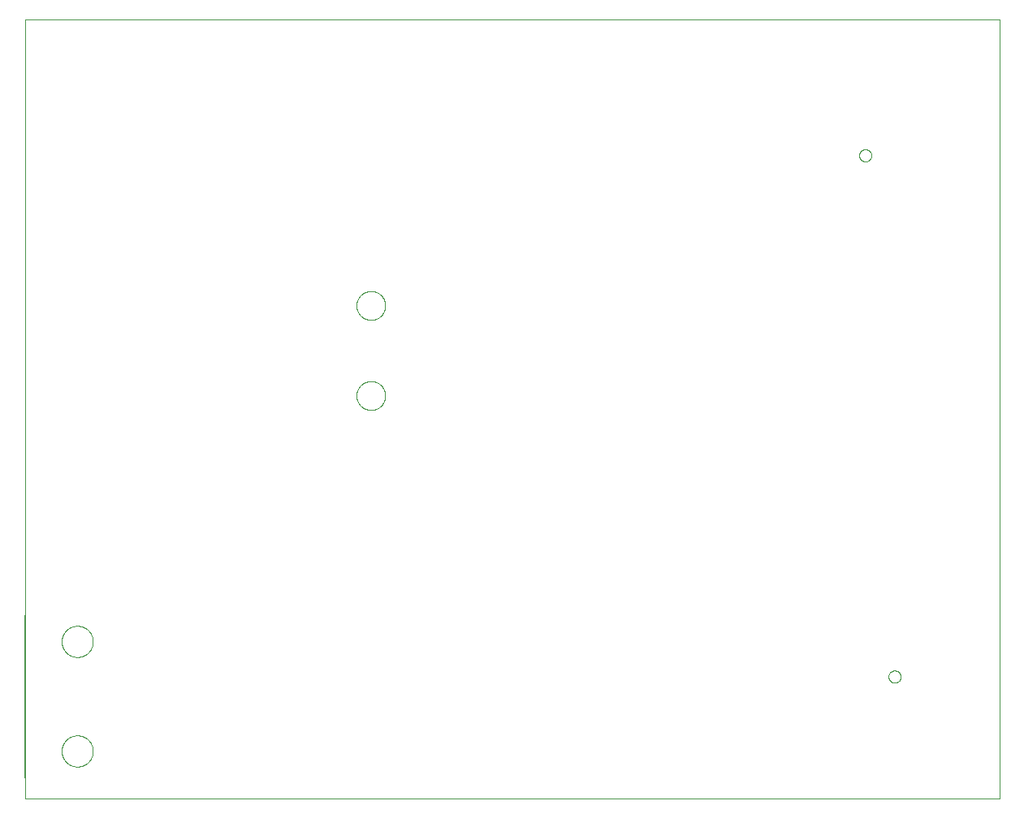
<source format=gko>
G75*
%MOIN*%
%OFA0B0*%
%FSLAX25Y25*%
%IPPOS*%
%LPD*%
%AMOC8*
5,1,8,0,0,1.08239X$1,22.5*
%
%ADD10C,0.00000*%
%ADD11C,0.00039*%
D10*
X0010538Y0001000D02*
X0010538Y0321000D01*
X0410538Y0321000D01*
X0410538Y0001000D01*
X0010538Y0001000D01*
X0025638Y0020500D02*
X0025640Y0020660D01*
X0025646Y0020819D01*
X0025656Y0020978D01*
X0025670Y0021137D01*
X0025688Y0021296D01*
X0025709Y0021454D01*
X0025735Y0021611D01*
X0025765Y0021768D01*
X0025798Y0021924D01*
X0025836Y0022079D01*
X0025877Y0022233D01*
X0025922Y0022386D01*
X0025971Y0022538D01*
X0026024Y0022689D01*
X0026080Y0022838D01*
X0026141Y0022986D01*
X0026204Y0023132D01*
X0026272Y0023277D01*
X0026343Y0023420D01*
X0026417Y0023561D01*
X0026495Y0023700D01*
X0026577Y0023837D01*
X0026662Y0023972D01*
X0026750Y0024105D01*
X0026842Y0024236D01*
X0026936Y0024364D01*
X0027034Y0024490D01*
X0027135Y0024614D01*
X0027239Y0024735D01*
X0027346Y0024853D01*
X0027456Y0024969D01*
X0027569Y0025082D01*
X0027685Y0025192D01*
X0027803Y0025299D01*
X0027924Y0025403D01*
X0028048Y0025504D01*
X0028174Y0025602D01*
X0028302Y0025696D01*
X0028433Y0025788D01*
X0028566Y0025876D01*
X0028701Y0025961D01*
X0028838Y0026043D01*
X0028977Y0026121D01*
X0029118Y0026195D01*
X0029261Y0026266D01*
X0029406Y0026334D01*
X0029552Y0026397D01*
X0029700Y0026458D01*
X0029849Y0026514D01*
X0030000Y0026567D01*
X0030152Y0026616D01*
X0030305Y0026661D01*
X0030459Y0026702D01*
X0030614Y0026740D01*
X0030770Y0026773D01*
X0030927Y0026803D01*
X0031084Y0026829D01*
X0031242Y0026850D01*
X0031401Y0026868D01*
X0031560Y0026882D01*
X0031719Y0026892D01*
X0031878Y0026898D01*
X0032038Y0026900D01*
X0032198Y0026898D01*
X0032357Y0026892D01*
X0032516Y0026882D01*
X0032675Y0026868D01*
X0032834Y0026850D01*
X0032992Y0026829D01*
X0033149Y0026803D01*
X0033306Y0026773D01*
X0033462Y0026740D01*
X0033617Y0026702D01*
X0033771Y0026661D01*
X0033924Y0026616D01*
X0034076Y0026567D01*
X0034227Y0026514D01*
X0034376Y0026458D01*
X0034524Y0026397D01*
X0034670Y0026334D01*
X0034815Y0026266D01*
X0034958Y0026195D01*
X0035099Y0026121D01*
X0035238Y0026043D01*
X0035375Y0025961D01*
X0035510Y0025876D01*
X0035643Y0025788D01*
X0035774Y0025696D01*
X0035902Y0025602D01*
X0036028Y0025504D01*
X0036152Y0025403D01*
X0036273Y0025299D01*
X0036391Y0025192D01*
X0036507Y0025082D01*
X0036620Y0024969D01*
X0036730Y0024853D01*
X0036837Y0024735D01*
X0036941Y0024614D01*
X0037042Y0024490D01*
X0037140Y0024364D01*
X0037234Y0024236D01*
X0037326Y0024105D01*
X0037414Y0023972D01*
X0037499Y0023837D01*
X0037581Y0023700D01*
X0037659Y0023561D01*
X0037733Y0023420D01*
X0037804Y0023277D01*
X0037872Y0023132D01*
X0037935Y0022986D01*
X0037996Y0022838D01*
X0038052Y0022689D01*
X0038105Y0022538D01*
X0038154Y0022386D01*
X0038199Y0022233D01*
X0038240Y0022079D01*
X0038278Y0021924D01*
X0038311Y0021768D01*
X0038341Y0021611D01*
X0038367Y0021454D01*
X0038388Y0021296D01*
X0038406Y0021137D01*
X0038420Y0020978D01*
X0038430Y0020819D01*
X0038436Y0020660D01*
X0038438Y0020500D01*
X0038436Y0020340D01*
X0038430Y0020181D01*
X0038420Y0020022D01*
X0038406Y0019863D01*
X0038388Y0019704D01*
X0038367Y0019546D01*
X0038341Y0019389D01*
X0038311Y0019232D01*
X0038278Y0019076D01*
X0038240Y0018921D01*
X0038199Y0018767D01*
X0038154Y0018614D01*
X0038105Y0018462D01*
X0038052Y0018311D01*
X0037996Y0018162D01*
X0037935Y0018014D01*
X0037872Y0017868D01*
X0037804Y0017723D01*
X0037733Y0017580D01*
X0037659Y0017439D01*
X0037581Y0017300D01*
X0037499Y0017163D01*
X0037414Y0017028D01*
X0037326Y0016895D01*
X0037234Y0016764D01*
X0037140Y0016636D01*
X0037042Y0016510D01*
X0036941Y0016386D01*
X0036837Y0016265D01*
X0036730Y0016147D01*
X0036620Y0016031D01*
X0036507Y0015918D01*
X0036391Y0015808D01*
X0036273Y0015701D01*
X0036152Y0015597D01*
X0036028Y0015496D01*
X0035902Y0015398D01*
X0035774Y0015304D01*
X0035643Y0015212D01*
X0035510Y0015124D01*
X0035375Y0015039D01*
X0035238Y0014957D01*
X0035099Y0014879D01*
X0034958Y0014805D01*
X0034815Y0014734D01*
X0034670Y0014666D01*
X0034524Y0014603D01*
X0034376Y0014542D01*
X0034227Y0014486D01*
X0034076Y0014433D01*
X0033924Y0014384D01*
X0033771Y0014339D01*
X0033617Y0014298D01*
X0033462Y0014260D01*
X0033306Y0014227D01*
X0033149Y0014197D01*
X0032992Y0014171D01*
X0032834Y0014150D01*
X0032675Y0014132D01*
X0032516Y0014118D01*
X0032357Y0014108D01*
X0032198Y0014102D01*
X0032038Y0014100D01*
X0031878Y0014102D01*
X0031719Y0014108D01*
X0031560Y0014118D01*
X0031401Y0014132D01*
X0031242Y0014150D01*
X0031084Y0014171D01*
X0030927Y0014197D01*
X0030770Y0014227D01*
X0030614Y0014260D01*
X0030459Y0014298D01*
X0030305Y0014339D01*
X0030152Y0014384D01*
X0030000Y0014433D01*
X0029849Y0014486D01*
X0029700Y0014542D01*
X0029552Y0014603D01*
X0029406Y0014666D01*
X0029261Y0014734D01*
X0029118Y0014805D01*
X0028977Y0014879D01*
X0028838Y0014957D01*
X0028701Y0015039D01*
X0028566Y0015124D01*
X0028433Y0015212D01*
X0028302Y0015304D01*
X0028174Y0015398D01*
X0028048Y0015496D01*
X0027924Y0015597D01*
X0027803Y0015701D01*
X0027685Y0015808D01*
X0027569Y0015918D01*
X0027456Y0016031D01*
X0027346Y0016147D01*
X0027239Y0016265D01*
X0027135Y0016386D01*
X0027034Y0016510D01*
X0026936Y0016636D01*
X0026842Y0016764D01*
X0026750Y0016895D01*
X0026662Y0017028D01*
X0026577Y0017163D01*
X0026495Y0017300D01*
X0026417Y0017439D01*
X0026343Y0017580D01*
X0026272Y0017723D01*
X0026204Y0017868D01*
X0026141Y0018014D01*
X0026080Y0018162D01*
X0026024Y0018311D01*
X0025971Y0018462D01*
X0025922Y0018614D01*
X0025877Y0018767D01*
X0025836Y0018921D01*
X0025798Y0019076D01*
X0025765Y0019232D01*
X0025735Y0019389D01*
X0025709Y0019546D01*
X0025688Y0019704D01*
X0025670Y0019863D01*
X0025656Y0020022D01*
X0025646Y0020181D01*
X0025640Y0020340D01*
X0025638Y0020500D01*
X0025638Y0065500D02*
X0025640Y0065660D01*
X0025646Y0065819D01*
X0025656Y0065978D01*
X0025670Y0066137D01*
X0025688Y0066296D01*
X0025709Y0066454D01*
X0025735Y0066611D01*
X0025765Y0066768D01*
X0025798Y0066924D01*
X0025836Y0067079D01*
X0025877Y0067233D01*
X0025922Y0067386D01*
X0025971Y0067538D01*
X0026024Y0067689D01*
X0026080Y0067838D01*
X0026141Y0067986D01*
X0026204Y0068132D01*
X0026272Y0068277D01*
X0026343Y0068420D01*
X0026417Y0068561D01*
X0026495Y0068700D01*
X0026577Y0068837D01*
X0026662Y0068972D01*
X0026750Y0069105D01*
X0026842Y0069236D01*
X0026936Y0069364D01*
X0027034Y0069490D01*
X0027135Y0069614D01*
X0027239Y0069735D01*
X0027346Y0069853D01*
X0027456Y0069969D01*
X0027569Y0070082D01*
X0027685Y0070192D01*
X0027803Y0070299D01*
X0027924Y0070403D01*
X0028048Y0070504D01*
X0028174Y0070602D01*
X0028302Y0070696D01*
X0028433Y0070788D01*
X0028566Y0070876D01*
X0028701Y0070961D01*
X0028838Y0071043D01*
X0028977Y0071121D01*
X0029118Y0071195D01*
X0029261Y0071266D01*
X0029406Y0071334D01*
X0029552Y0071397D01*
X0029700Y0071458D01*
X0029849Y0071514D01*
X0030000Y0071567D01*
X0030152Y0071616D01*
X0030305Y0071661D01*
X0030459Y0071702D01*
X0030614Y0071740D01*
X0030770Y0071773D01*
X0030927Y0071803D01*
X0031084Y0071829D01*
X0031242Y0071850D01*
X0031401Y0071868D01*
X0031560Y0071882D01*
X0031719Y0071892D01*
X0031878Y0071898D01*
X0032038Y0071900D01*
X0032198Y0071898D01*
X0032357Y0071892D01*
X0032516Y0071882D01*
X0032675Y0071868D01*
X0032834Y0071850D01*
X0032992Y0071829D01*
X0033149Y0071803D01*
X0033306Y0071773D01*
X0033462Y0071740D01*
X0033617Y0071702D01*
X0033771Y0071661D01*
X0033924Y0071616D01*
X0034076Y0071567D01*
X0034227Y0071514D01*
X0034376Y0071458D01*
X0034524Y0071397D01*
X0034670Y0071334D01*
X0034815Y0071266D01*
X0034958Y0071195D01*
X0035099Y0071121D01*
X0035238Y0071043D01*
X0035375Y0070961D01*
X0035510Y0070876D01*
X0035643Y0070788D01*
X0035774Y0070696D01*
X0035902Y0070602D01*
X0036028Y0070504D01*
X0036152Y0070403D01*
X0036273Y0070299D01*
X0036391Y0070192D01*
X0036507Y0070082D01*
X0036620Y0069969D01*
X0036730Y0069853D01*
X0036837Y0069735D01*
X0036941Y0069614D01*
X0037042Y0069490D01*
X0037140Y0069364D01*
X0037234Y0069236D01*
X0037326Y0069105D01*
X0037414Y0068972D01*
X0037499Y0068837D01*
X0037581Y0068700D01*
X0037659Y0068561D01*
X0037733Y0068420D01*
X0037804Y0068277D01*
X0037872Y0068132D01*
X0037935Y0067986D01*
X0037996Y0067838D01*
X0038052Y0067689D01*
X0038105Y0067538D01*
X0038154Y0067386D01*
X0038199Y0067233D01*
X0038240Y0067079D01*
X0038278Y0066924D01*
X0038311Y0066768D01*
X0038341Y0066611D01*
X0038367Y0066454D01*
X0038388Y0066296D01*
X0038406Y0066137D01*
X0038420Y0065978D01*
X0038430Y0065819D01*
X0038436Y0065660D01*
X0038438Y0065500D01*
X0038436Y0065340D01*
X0038430Y0065181D01*
X0038420Y0065022D01*
X0038406Y0064863D01*
X0038388Y0064704D01*
X0038367Y0064546D01*
X0038341Y0064389D01*
X0038311Y0064232D01*
X0038278Y0064076D01*
X0038240Y0063921D01*
X0038199Y0063767D01*
X0038154Y0063614D01*
X0038105Y0063462D01*
X0038052Y0063311D01*
X0037996Y0063162D01*
X0037935Y0063014D01*
X0037872Y0062868D01*
X0037804Y0062723D01*
X0037733Y0062580D01*
X0037659Y0062439D01*
X0037581Y0062300D01*
X0037499Y0062163D01*
X0037414Y0062028D01*
X0037326Y0061895D01*
X0037234Y0061764D01*
X0037140Y0061636D01*
X0037042Y0061510D01*
X0036941Y0061386D01*
X0036837Y0061265D01*
X0036730Y0061147D01*
X0036620Y0061031D01*
X0036507Y0060918D01*
X0036391Y0060808D01*
X0036273Y0060701D01*
X0036152Y0060597D01*
X0036028Y0060496D01*
X0035902Y0060398D01*
X0035774Y0060304D01*
X0035643Y0060212D01*
X0035510Y0060124D01*
X0035375Y0060039D01*
X0035238Y0059957D01*
X0035099Y0059879D01*
X0034958Y0059805D01*
X0034815Y0059734D01*
X0034670Y0059666D01*
X0034524Y0059603D01*
X0034376Y0059542D01*
X0034227Y0059486D01*
X0034076Y0059433D01*
X0033924Y0059384D01*
X0033771Y0059339D01*
X0033617Y0059298D01*
X0033462Y0059260D01*
X0033306Y0059227D01*
X0033149Y0059197D01*
X0032992Y0059171D01*
X0032834Y0059150D01*
X0032675Y0059132D01*
X0032516Y0059118D01*
X0032357Y0059108D01*
X0032198Y0059102D01*
X0032038Y0059100D01*
X0031878Y0059102D01*
X0031719Y0059108D01*
X0031560Y0059118D01*
X0031401Y0059132D01*
X0031242Y0059150D01*
X0031084Y0059171D01*
X0030927Y0059197D01*
X0030770Y0059227D01*
X0030614Y0059260D01*
X0030459Y0059298D01*
X0030305Y0059339D01*
X0030152Y0059384D01*
X0030000Y0059433D01*
X0029849Y0059486D01*
X0029700Y0059542D01*
X0029552Y0059603D01*
X0029406Y0059666D01*
X0029261Y0059734D01*
X0029118Y0059805D01*
X0028977Y0059879D01*
X0028838Y0059957D01*
X0028701Y0060039D01*
X0028566Y0060124D01*
X0028433Y0060212D01*
X0028302Y0060304D01*
X0028174Y0060398D01*
X0028048Y0060496D01*
X0027924Y0060597D01*
X0027803Y0060701D01*
X0027685Y0060808D01*
X0027569Y0060918D01*
X0027456Y0061031D01*
X0027346Y0061147D01*
X0027239Y0061265D01*
X0027135Y0061386D01*
X0027034Y0061510D01*
X0026936Y0061636D01*
X0026842Y0061764D01*
X0026750Y0061895D01*
X0026662Y0062028D01*
X0026577Y0062163D01*
X0026495Y0062300D01*
X0026417Y0062439D01*
X0026343Y0062580D01*
X0026272Y0062723D01*
X0026204Y0062868D01*
X0026141Y0063014D01*
X0026080Y0063162D01*
X0026024Y0063311D01*
X0025971Y0063462D01*
X0025922Y0063614D01*
X0025877Y0063767D01*
X0025836Y0063921D01*
X0025798Y0064076D01*
X0025765Y0064232D01*
X0025735Y0064389D01*
X0025709Y0064546D01*
X0025688Y0064704D01*
X0025670Y0064863D01*
X0025656Y0065022D01*
X0025646Y0065181D01*
X0025640Y0065340D01*
X0025638Y0065500D01*
X0146648Y0166496D02*
X0146650Y0166649D01*
X0146656Y0166803D01*
X0146666Y0166956D01*
X0146680Y0167108D01*
X0146698Y0167261D01*
X0146720Y0167412D01*
X0146745Y0167563D01*
X0146775Y0167714D01*
X0146809Y0167864D01*
X0146846Y0168012D01*
X0146887Y0168160D01*
X0146932Y0168306D01*
X0146981Y0168452D01*
X0147034Y0168596D01*
X0147090Y0168738D01*
X0147150Y0168879D01*
X0147214Y0169019D01*
X0147281Y0169157D01*
X0147352Y0169293D01*
X0147427Y0169427D01*
X0147504Y0169559D01*
X0147586Y0169689D01*
X0147670Y0169817D01*
X0147758Y0169943D01*
X0147849Y0170066D01*
X0147943Y0170187D01*
X0148041Y0170305D01*
X0148141Y0170421D01*
X0148245Y0170534D01*
X0148351Y0170645D01*
X0148460Y0170753D01*
X0148572Y0170858D01*
X0148686Y0170959D01*
X0148804Y0171058D01*
X0148923Y0171154D01*
X0149045Y0171247D01*
X0149170Y0171336D01*
X0149297Y0171423D01*
X0149426Y0171505D01*
X0149557Y0171585D01*
X0149690Y0171661D01*
X0149825Y0171734D01*
X0149962Y0171803D01*
X0150101Y0171868D01*
X0150241Y0171930D01*
X0150383Y0171988D01*
X0150526Y0172043D01*
X0150671Y0172094D01*
X0150817Y0172141D01*
X0150964Y0172184D01*
X0151112Y0172223D01*
X0151261Y0172259D01*
X0151411Y0172290D01*
X0151562Y0172318D01*
X0151713Y0172342D01*
X0151866Y0172362D01*
X0152018Y0172378D01*
X0152171Y0172390D01*
X0152324Y0172398D01*
X0152477Y0172402D01*
X0152631Y0172402D01*
X0152784Y0172398D01*
X0152937Y0172390D01*
X0153090Y0172378D01*
X0153242Y0172362D01*
X0153395Y0172342D01*
X0153546Y0172318D01*
X0153697Y0172290D01*
X0153847Y0172259D01*
X0153996Y0172223D01*
X0154144Y0172184D01*
X0154291Y0172141D01*
X0154437Y0172094D01*
X0154582Y0172043D01*
X0154725Y0171988D01*
X0154867Y0171930D01*
X0155007Y0171868D01*
X0155146Y0171803D01*
X0155283Y0171734D01*
X0155418Y0171661D01*
X0155551Y0171585D01*
X0155682Y0171505D01*
X0155811Y0171423D01*
X0155938Y0171336D01*
X0156063Y0171247D01*
X0156185Y0171154D01*
X0156304Y0171058D01*
X0156422Y0170959D01*
X0156536Y0170858D01*
X0156648Y0170753D01*
X0156757Y0170645D01*
X0156863Y0170534D01*
X0156967Y0170421D01*
X0157067Y0170305D01*
X0157165Y0170187D01*
X0157259Y0170066D01*
X0157350Y0169943D01*
X0157438Y0169817D01*
X0157522Y0169689D01*
X0157604Y0169559D01*
X0157681Y0169427D01*
X0157756Y0169293D01*
X0157827Y0169157D01*
X0157894Y0169019D01*
X0157958Y0168879D01*
X0158018Y0168738D01*
X0158074Y0168596D01*
X0158127Y0168452D01*
X0158176Y0168306D01*
X0158221Y0168160D01*
X0158262Y0168012D01*
X0158299Y0167864D01*
X0158333Y0167714D01*
X0158363Y0167563D01*
X0158388Y0167412D01*
X0158410Y0167261D01*
X0158428Y0167108D01*
X0158442Y0166956D01*
X0158452Y0166803D01*
X0158458Y0166649D01*
X0158460Y0166496D01*
X0158458Y0166343D01*
X0158452Y0166189D01*
X0158442Y0166036D01*
X0158428Y0165884D01*
X0158410Y0165731D01*
X0158388Y0165580D01*
X0158363Y0165429D01*
X0158333Y0165278D01*
X0158299Y0165128D01*
X0158262Y0164980D01*
X0158221Y0164832D01*
X0158176Y0164686D01*
X0158127Y0164540D01*
X0158074Y0164396D01*
X0158018Y0164254D01*
X0157958Y0164113D01*
X0157894Y0163973D01*
X0157827Y0163835D01*
X0157756Y0163699D01*
X0157681Y0163565D01*
X0157604Y0163433D01*
X0157522Y0163303D01*
X0157438Y0163175D01*
X0157350Y0163049D01*
X0157259Y0162926D01*
X0157165Y0162805D01*
X0157067Y0162687D01*
X0156967Y0162571D01*
X0156863Y0162458D01*
X0156757Y0162347D01*
X0156648Y0162239D01*
X0156536Y0162134D01*
X0156422Y0162033D01*
X0156304Y0161934D01*
X0156185Y0161838D01*
X0156063Y0161745D01*
X0155938Y0161656D01*
X0155811Y0161569D01*
X0155682Y0161487D01*
X0155551Y0161407D01*
X0155418Y0161331D01*
X0155283Y0161258D01*
X0155146Y0161189D01*
X0155007Y0161124D01*
X0154867Y0161062D01*
X0154725Y0161004D01*
X0154582Y0160949D01*
X0154437Y0160898D01*
X0154291Y0160851D01*
X0154144Y0160808D01*
X0153996Y0160769D01*
X0153847Y0160733D01*
X0153697Y0160702D01*
X0153546Y0160674D01*
X0153395Y0160650D01*
X0153242Y0160630D01*
X0153090Y0160614D01*
X0152937Y0160602D01*
X0152784Y0160594D01*
X0152631Y0160590D01*
X0152477Y0160590D01*
X0152324Y0160594D01*
X0152171Y0160602D01*
X0152018Y0160614D01*
X0151866Y0160630D01*
X0151713Y0160650D01*
X0151562Y0160674D01*
X0151411Y0160702D01*
X0151261Y0160733D01*
X0151112Y0160769D01*
X0150964Y0160808D01*
X0150817Y0160851D01*
X0150671Y0160898D01*
X0150526Y0160949D01*
X0150383Y0161004D01*
X0150241Y0161062D01*
X0150101Y0161124D01*
X0149962Y0161189D01*
X0149825Y0161258D01*
X0149690Y0161331D01*
X0149557Y0161407D01*
X0149426Y0161487D01*
X0149297Y0161569D01*
X0149170Y0161656D01*
X0149045Y0161745D01*
X0148923Y0161838D01*
X0148804Y0161934D01*
X0148686Y0162033D01*
X0148572Y0162134D01*
X0148460Y0162239D01*
X0148351Y0162347D01*
X0148245Y0162458D01*
X0148141Y0162571D01*
X0148041Y0162687D01*
X0147943Y0162805D01*
X0147849Y0162926D01*
X0147758Y0163049D01*
X0147670Y0163175D01*
X0147586Y0163303D01*
X0147504Y0163433D01*
X0147427Y0163565D01*
X0147352Y0163699D01*
X0147281Y0163835D01*
X0147214Y0163973D01*
X0147150Y0164113D01*
X0147090Y0164254D01*
X0147034Y0164396D01*
X0146981Y0164540D01*
X0146932Y0164686D01*
X0146887Y0164832D01*
X0146846Y0164980D01*
X0146809Y0165128D01*
X0146775Y0165278D01*
X0146745Y0165429D01*
X0146720Y0165580D01*
X0146698Y0165731D01*
X0146680Y0165884D01*
X0146666Y0166036D01*
X0146656Y0166189D01*
X0146650Y0166343D01*
X0146648Y0166496D01*
X0146648Y0203504D02*
X0146650Y0203657D01*
X0146656Y0203811D01*
X0146666Y0203964D01*
X0146680Y0204116D01*
X0146698Y0204269D01*
X0146720Y0204420D01*
X0146745Y0204571D01*
X0146775Y0204722D01*
X0146809Y0204872D01*
X0146846Y0205020D01*
X0146887Y0205168D01*
X0146932Y0205314D01*
X0146981Y0205460D01*
X0147034Y0205604D01*
X0147090Y0205746D01*
X0147150Y0205887D01*
X0147214Y0206027D01*
X0147281Y0206165D01*
X0147352Y0206301D01*
X0147427Y0206435D01*
X0147504Y0206567D01*
X0147586Y0206697D01*
X0147670Y0206825D01*
X0147758Y0206951D01*
X0147849Y0207074D01*
X0147943Y0207195D01*
X0148041Y0207313D01*
X0148141Y0207429D01*
X0148245Y0207542D01*
X0148351Y0207653D01*
X0148460Y0207761D01*
X0148572Y0207866D01*
X0148686Y0207967D01*
X0148804Y0208066D01*
X0148923Y0208162D01*
X0149045Y0208255D01*
X0149170Y0208344D01*
X0149297Y0208431D01*
X0149426Y0208513D01*
X0149557Y0208593D01*
X0149690Y0208669D01*
X0149825Y0208742D01*
X0149962Y0208811D01*
X0150101Y0208876D01*
X0150241Y0208938D01*
X0150383Y0208996D01*
X0150526Y0209051D01*
X0150671Y0209102D01*
X0150817Y0209149D01*
X0150964Y0209192D01*
X0151112Y0209231D01*
X0151261Y0209267D01*
X0151411Y0209298D01*
X0151562Y0209326D01*
X0151713Y0209350D01*
X0151866Y0209370D01*
X0152018Y0209386D01*
X0152171Y0209398D01*
X0152324Y0209406D01*
X0152477Y0209410D01*
X0152631Y0209410D01*
X0152784Y0209406D01*
X0152937Y0209398D01*
X0153090Y0209386D01*
X0153242Y0209370D01*
X0153395Y0209350D01*
X0153546Y0209326D01*
X0153697Y0209298D01*
X0153847Y0209267D01*
X0153996Y0209231D01*
X0154144Y0209192D01*
X0154291Y0209149D01*
X0154437Y0209102D01*
X0154582Y0209051D01*
X0154725Y0208996D01*
X0154867Y0208938D01*
X0155007Y0208876D01*
X0155146Y0208811D01*
X0155283Y0208742D01*
X0155418Y0208669D01*
X0155551Y0208593D01*
X0155682Y0208513D01*
X0155811Y0208431D01*
X0155938Y0208344D01*
X0156063Y0208255D01*
X0156185Y0208162D01*
X0156304Y0208066D01*
X0156422Y0207967D01*
X0156536Y0207866D01*
X0156648Y0207761D01*
X0156757Y0207653D01*
X0156863Y0207542D01*
X0156967Y0207429D01*
X0157067Y0207313D01*
X0157165Y0207195D01*
X0157259Y0207074D01*
X0157350Y0206951D01*
X0157438Y0206825D01*
X0157522Y0206697D01*
X0157604Y0206567D01*
X0157681Y0206435D01*
X0157756Y0206301D01*
X0157827Y0206165D01*
X0157894Y0206027D01*
X0157958Y0205887D01*
X0158018Y0205746D01*
X0158074Y0205604D01*
X0158127Y0205460D01*
X0158176Y0205314D01*
X0158221Y0205168D01*
X0158262Y0205020D01*
X0158299Y0204872D01*
X0158333Y0204722D01*
X0158363Y0204571D01*
X0158388Y0204420D01*
X0158410Y0204269D01*
X0158428Y0204116D01*
X0158442Y0203964D01*
X0158452Y0203811D01*
X0158458Y0203657D01*
X0158460Y0203504D01*
X0158458Y0203351D01*
X0158452Y0203197D01*
X0158442Y0203044D01*
X0158428Y0202892D01*
X0158410Y0202739D01*
X0158388Y0202588D01*
X0158363Y0202437D01*
X0158333Y0202286D01*
X0158299Y0202136D01*
X0158262Y0201988D01*
X0158221Y0201840D01*
X0158176Y0201694D01*
X0158127Y0201548D01*
X0158074Y0201404D01*
X0158018Y0201262D01*
X0157958Y0201121D01*
X0157894Y0200981D01*
X0157827Y0200843D01*
X0157756Y0200707D01*
X0157681Y0200573D01*
X0157604Y0200441D01*
X0157522Y0200311D01*
X0157438Y0200183D01*
X0157350Y0200057D01*
X0157259Y0199934D01*
X0157165Y0199813D01*
X0157067Y0199695D01*
X0156967Y0199579D01*
X0156863Y0199466D01*
X0156757Y0199355D01*
X0156648Y0199247D01*
X0156536Y0199142D01*
X0156422Y0199041D01*
X0156304Y0198942D01*
X0156185Y0198846D01*
X0156063Y0198753D01*
X0155938Y0198664D01*
X0155811Y0198577D01*
X0155682Y0198495D01*
X0155551Y0198415D01*
X0155418Y0198339D01*
X0155283Y0198266D01*
X0155146Y0198197D01*
X0155007Y0198132D01*
X0154867Y0198070D01*
X0154725Y0198012D01*
X0154582Y0197957D01*
X0154437Y0197906D01*
X0154291Y0197859D01*
X0154144Y0197816D01*
X0153996Y0197777D01*
X0153847Y0197741D01*
X0153697Y0197710D01*
X0153546Y0197682D01*
X0153395Y0197658D01*
X0153242Y0197638D01*
X0153090Y0197622D01*
X0152937Y0197610D01*
X0152784Y0197602D01*
X0152631Y0197598D01*
X0152477Y0197598D01*
X0152324Y0197602D01*
X0152171Y0197610D01*
X0152018Y0197622D01*
X0151866Y0197638D01*
X0151713Y0197658D01*
X0151562Y0197682D01*
X0151411Y0197710D01*
X0151261Y0197741D01*
X0151112Y0197777D01*
X0150964Y0197816D01*
X0150817Y0197859D01*
X0150671Y0197906D01*
X0150526Y0197957D01*
X0150383Y0198012D01*
X0150241Y0198070D01*
X0150101Y0198132D01*
X0149962Y0198197D01*
X0149825Y0198266D01*
X0149690Y0198339D01*
X0149557Y0198415D01*
X0149426Y0198495D01*
X0149297Y0198577D01*
X0149170Y0198664D01*
X0149045Y0198753D01*
X0148923Y0198846D01*
X0148804Y0198942D01*
X0148686Y0199041D01*
X0148572Y0199142D01*
X0148460Y0199247D01*
X0148351Y0199355D01*
X0148245Y0199466D01*
X0148141Y0199579D01*
X0148041Y0199695D01*
X0147943Y0199813D01*
X0147849Y0199934D01*
X0147758Y0200057D01*
X0147670Y0200183D01*
X0147586Y0200311D01*
X0147504Y0200441D01*
X0147427Y0200573D01*
X0147352Y0200707D01*
X0147281Y0200843D01*
X0147214Y0200981D01*
X0147150Y0201121D01*
X0147090Y0201262D01*
X0147034Y0201404D01*
X0146981Y0201548D01*
X0146932Y0201694D01*
X0146887Y0201840D01*
X0146846Y0201988D01*
X0146809Y0202136D01*
X0146775Y0202286D01*
X0146745Y0202437D01*
X0146720Y0202588D01*
X0146698Y0202739D01*
X0146680Y0202892D01*
X0146666Y0203044D01*
X0146656Y0203197D01*
X0146650Y0203351D01*
X0146648Y0203504D01*
X0353038Y0265150D02*
X0353040Y0265249D01*
X0353046Y0265349D01*
X0353056Y0265448D01*
X0353070Y0265546D01*
X0353087Y0265644D01*
X0353109Y0265741D01*
X0353134Y0265837D01*
X0353163Y0265932D01*
X0353196Y0266026D01*
X0353233Y0266118D01*
X0353273Y0266209D01*
X0353317Y0266298D01*
X0353365Y0266386D01*
X0353416Y0266471D01*
X0353470Y0266554D01*
X0353527Y0266636D01*
X0353588Y0266714D01*
X0353652Y0266791D01*
X0353718Y0266864D01*
X0353788Y0266935D01*
X0353860Y0267003D01*
X0353935Y0267069D01*
X0354013Y0267131D01*
X0354093Y0267190D01*
X0354175Y0267246D01*
X0354259Y0267298D01*
X0354346Y0267347D01*
X0354434Y0267393D01*
X0354524Y0267435D01*
X0354616Y0267474D01*
X0354709Y0267509D01*
X0354803Y0267540D01*
X0354899Y0267567D01*
X0354996Y0267590D01*
X0355093Y0267610D01*
X0355191Y0267626D01*
X0355290Y0267638D01*
X0355389Y0267646D01*
X0355488Y0267650D01*
X0355588Y0267650D01*
X0355687Y0267646D01*
X0355786Y0267638D01*
X0355885Y0267626D01*
X0355983Y0267610D01*
X0356080Y0267590D01*
X0356177Y0267567D01*
X0356273Y0267540D01*
X0356367Y0267509D01*
X0356460Y0267474D01*
X0356552Y0267435D01*
X0356642Y0267393D01*
X0356730Y0267347D01*
X0356817Y0267298D01*
X0356901Y0267246D01*
X0356983Y0267190D01*
X0357063Y0267131D01*
X0357141Y0267069D01*
X0357216Y0267003D01*
X0357288Y0266935D01*
X0357358Y0266864D01*
X0357424Y0266791D01*
X0357488Y0266714D01*
X0357549Y0266636D01*
X0357606Y0266554D01*
X0357660Y0266471D01*
X0357711Y0266386D01*
X0357759Y0266298D01*
X0357803Y0266209D01*
X0357843Y0266118D01*
X0357880Y0266026D01*
X0357913Y0265932D01*
X0357942Y0265837D01*
X0357967Y0265741D01*
X0357989Y0265644D01*
X0358006Y0265546D01*
X0358020Y0265448D01*
X0358030Y0265349D01*
X0358036Y0265249D01*
X0358038Y0265150D01*
X0358036Y0265051D01*
X0358030Y0264951D01*
X0358020Y0264852D01*
X0358006Y0264754D01*
X0357989Y0264656D01*
X0357967Y0264559D01*
X0357942Y0264463D01*
X0357913Y0264368D01*
X0357880Y0264274D01*
X0357843Y0264182D01*
X0357803Y0264091D01*
X0357759Y0264002D01*
X0357711Y0263914D01*
X0357660Y0263829D01*
X0357606Y0263746D01*
X0357549Y0263664D01*
X0357488Y0263586D01*
X0357424Y0263509D01*
X0357358Y0263436D01*
X0357288Y0263365D01*
X0357216Y0263297D01*
X0357141Y0263231D01*
X0357063Y0263169D01*
X0356983Y0263110D01*
X0356901Y0263054D01*
X0356817Y0263002D01*
X0356730Y0262953D01*
X0356642Y0262907D01*
X0356552Y0262865D01*
X0356460Y0262826D01*
X0356367Y0262791D01*
X0356273Y0262760D01*
X0356177Y0262733D01*
X0356080Y0262710D01*
X0355983Y0262690D01*
X0355885Y0262674D01*
X0355786Y0262662D01*
X0355687Y0262654D01*
X0355588Y0262650D01*
X0355488Y0262650D01*
X0355389Y0262654D01*
X0355290Y0262662D01*
X0355191Y0262674D01*
X0355093Y0262690D01*
X0354996Y0262710D01*
X0354899Y0262733D01*
X0354803Y0262760D01*
X0354709Y0262791D01*
X0354616Y0262826D01*
X0354524Y0262865D01*
X0354434Y0262907D01*
X0354346Y0262953D01*
X0354259Y0263002D01*
X0354175Y0263054D01*
X0354093Y0263110D01*
X0354013Y0263169D01*
X0353935Y0263231D01*
X0353860Y0263297D01*
X0353788Y0263365D01*
X0353718Y0263436D01*
X0353652Y0263509D01*
X0353588Y0263586D01*
X0353527Y0263664D01*
X0353470Y0263746D01*
X0353416Y0263829D01*
X0353365Y0263914D01*
X0353317Y0264002D01*
X0353273Y0264091D01*
X0353233Y0264182D01*
X0353196Y0264274D01*
X0353163Y0264368D01*
X0353134Y0264463D01*
X0353109Y0264559D01*
X0353087Y0264656D01*
X0353070Y0264754D01*
X0353056Y0264852D01*
X0353046Y0264951D01*
X0353040Y0265051D01*
X0353038Y0265150D01*
X0365038Y0051050D02*
X0365040Y0051149D01*
X0365046Y0051249D01*
X0365056Y0051348D01*
X0365070Y0051446D01*
X0365087Y0051544D01*
X0365109Y0051641D01*
X0365134Y0051737D01*
X0365163Y0051832D01*
X0365196Y0051926D01*
X0365233Y0052018D01*
X0365273Y0052109D01*
X0365317Y0052198D01*
X0365365Y0052286D01*
X0365416Y0052371D01*
X0365470Y0052454D01*
X0365527Y0052536D01*
X0365588Y0052614D01*
X0365652Y0052691D01*
X0365718Y0052764D01*
X0365788Y0052835D01*
X0365860Y0052903D01*
X0365935Y0052969D01*
X0366013Y0053031D01*
X0366093Y0053090D01*
X0366175Y0053146D01*
X0366259Y0053198D01*
X0366346Y0053247D01*
X0366434Y0053293D01*
X0366524Y0053335D01*
X0366616Y0053374D01*
X0366709Y0053409D01*
X0366803Y0053440D01*
X0366899Y0053467D01*
X0366996Y0053490D01*
X0367093Y0053510D01*
X0367191Y0053526D01*
X0367290Y0053538D01*
X0367389Y0053546D01*
X0367488Y0053550D01*
X0367588Y0053550D01*
X0367687Y0053546D01*
X0367786Y0053538D01*
X0367885Y0053526D01*
X0367983Y0053510D01*
X0368080Y0053490D01*
X0368177Y0053467D01*
X0368273Y0053440D01*
X0368367Y0053409D01*
X0368460Y0053374D01*
X0368552Y0053335D01*
X0368642Y0053293D01*
X0368730Y0053247D01*
X0368817Y0053198D01*
X0368901Y0053146D01*
X0368983Y0053090D01*
X0369063Y0053031D01*
X0369141Y0052969D01*
X0369216Y0052903D01*
X0369288Y0052835D01*
X0369358Y0052764D01*
X0369424Y0052691D01*
X0369488Y0052614D01*
X0369549Y0052536D01*
X0369606Y0052454D01*
X0369660Y0052371D01*
X0369711Y0052286D01*
X0369759Y0052198D01*
X0369803Y0052109D01*
X0369843Y0052018D01*
X0369880Y0051926D01*
X0369913Y0051832D01*
X0369942Y0051737D01*
X0369967Y0051641D01*
X0369989Y0051544D01*
X0370006Y0051446D01*
X0370020Y0051348D01*
X0370030Y0051249D01*
X0370036Y0051149D01*
X0370038Y0051050D01*
X0370036Y0050951D01*
X0370030Y0050851D01*
X0370020Y0050752D01*
X0370006Y0050654D01*
X0369989Y0050556D01*
X0369967Y0050459D01*
X0369942Y0050363D01*
X0369913Y0050268D01*
X0369880Y0050174D01*
X0369843Y0050082D01*
X0369803Y0049991D01*
X0369759Y0049902D01*
X0369711Y0049814D01*
X0369660Y0049729D01*
X0369606Y0049646D01*
X0369549Y0049564D01*
X0369488Y0049486D01*
X0369424Y0049409D01*
X0369358Y0049336D01*
X0369288Y0049265D01*
X0369216Y0049197D01*
X0369141Y0049131D01*
X0369063Y0049069D01*
X0368983Y0049010D01*
X0368901Y0048954D01*
X0368817Y0048902D01*
X0368730Y0048853D01*
X0368642Y0048807D01*
X0368552Y0048765D01*
X0368460Y0048726D01*
X0368367Y0048691D01*
X0368273Y0048660D01*
X0368177Y0048633D01*
X0368080Y0048610D01*
X0367983Y0048590D01*
X0367885Y0048574D01*
X0367786Y0048562D01*
X0367687Y0048554D01*
X0367588Y0048550D01*
X0367488Y0048550D01*
X0367389Y0048554D01*
X0367290Y0048562D01*
X0367191Y0048574D01*
X0367093Y0048590D01*
X0366996Y0048610D01*
X0366899Y0048633D01*
X0366803Y0048660D01*
X0366709Y0048691D01*
X0366616Y0048726D01*
X0366524Y0048765D01*
X0366434Y0048807D01*
X0366346Y0048853D01*
X0366259Y0048902D01*
X0366175Y0048954D01*
X0366093Y0049010D01*
X0366013Y0049069D01*
X0365935Y0049131D01*
X0365860Y0049197D01*
X0365788Y0049265D01*
X0365718Y0049336D01*
X0365652Y0049409D01*
X0365588Y0049486D01*
X0365527Y0049564D01*
X0365470Y0049646D01*
X0365416Y0049729D01*
X0365365Y0049814D01*
X0365317Y0049902D01*
X0365273Y0049991D01*
X0365233Y0050082D01*
X0365196Y0050174D01*
X0365163Y0050268D01*
X0365134Y0050363D01*
X0365109Y0050459D01*
X0365087Y0050556D01*
X0365070Y0050654D01*
X0365056Y0050752D01*
X0365046Y0050851D01*
X0365040Y0050951D01*
X0365038Y0051050D01*
D11*
X0010338Y0076250D02*
X0010338Y0009750D01*
M02*

</source>
